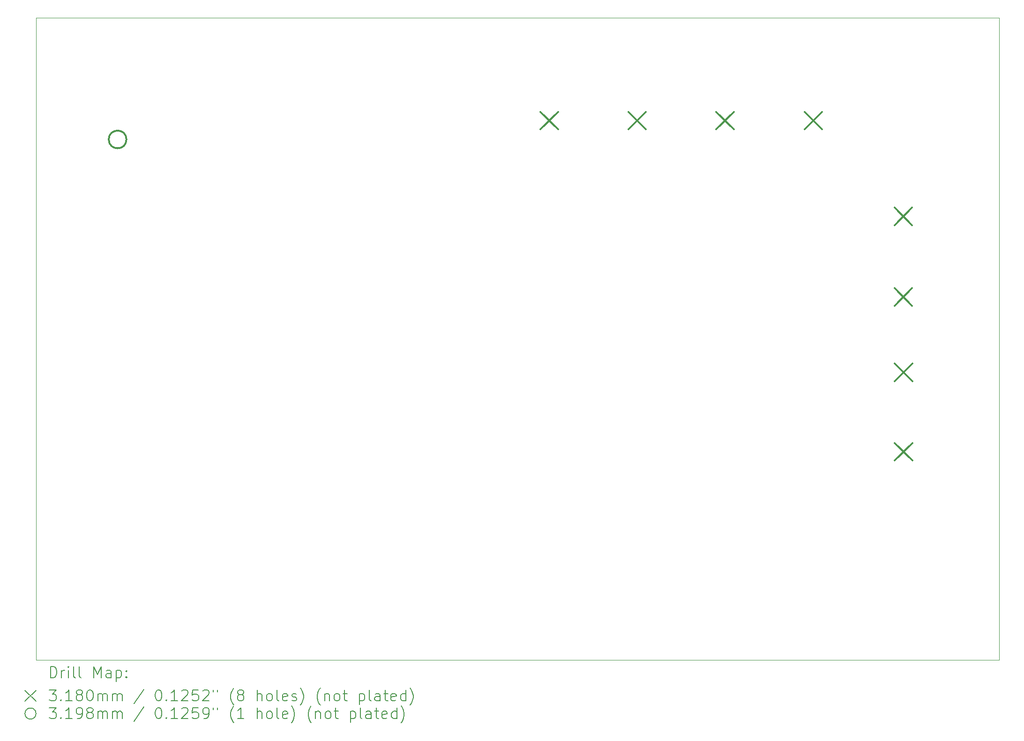
<source format=gbr>
%TF.GenerationSoftware,KiCad,Pcbnew,7.0.7*%
%TF.CreationDate,2023-11-29T15:56:28-06:00*%
%TF.ProjectId,MDCM,4d44434d-2e6b-4696-9361-645f70636258,rev?*%
%TF.SameCoordinates,Original*%
%TF.FileFunction,Drillmap*%
%TF.FilePolarity,Positive*%
%FSLAX45Y45*%
G04 Gerber Fmt 4.5, Leading zero omitted, Abs format (unit mm)*
G04 Created by KiCad (PCBNEW 7.0.7) date 2023-11-29 15:56:28*
%MOMM*%
%LPD*%
G01*
G04 APERTURE LIST*
%ADD10C,0.100000*%
%ADD11C,0.200000*%
%ADD12C,0.318000*%
%ADD13C,0.319786*%
G04 APERTURE END LIST*
D10*
X7035000Y-3368000D02*
X24433000Y-3368000D01*
X24433000Y-14980000D01*
X7035000Y-14980000D01*
X7035000Y-3368000D01*
D11*
D12*
X16145000Y-5068000D02*
X16463000Y-5386000D01*
X16463000Y-5068000D02*
X16145000Y-5386000D01*
X17731000Y-5068000D02*
X18049000Y-5386000D01*
X18049000Y-5068000D02*
X17731000Y-5386000D01*
X19317000Y-5069000D02*
X19635000Y-5387000D01*
X19635000Y-5069000D02*
X19317000Y-5387000D01*
X20913000Y-5070000D02*
X21231000Y-5388000D01*
X21231000Y-5070000D02*
X20913000Y-5388000D01*
X22539000Y-6799000D02*
X22857000Y-7117000D01*
X22857000Y-6799000D02*
X22539000Y-7117000D01*
X22541000Y-8255000D02*
X22859000Y-8573000D01*
X22859000Y-8255000D02*
X22541000Y-8573000D01*
X22542000Y-11053000D02*
X22860000Y-11371000D01*
X22860000Y-11053000D02*
X22542000Y-11371000D01*
X22544000Y-9619000D02*
X22862000Y-9937000D01*
X22862000Y-9619000D02*
X22544000Y-9937000D01*
D13*
X8663893Y-5568000D02*
G75*
G03*
X8663893Y-5568000I-159893J0D01*
G01*
D11*
X7290777Y-15296484D02*
X7290777Y-15096484D01*
X7290777Y-15096484D02*
X7338396Y-15096484D01*
X7338396Y-15096484D02*
X7366967Y-15106008D01*
X7366967Y-15106008D02*
X7386015Y-15125055D01*
X7386015Y-15125055D02*
X7395539Y-15144103D01*
X7395539Y-15144103D02*
X7405062Y-15182198D01*
X7405062Y-15182198D02*
X7405062Y-15210769D01*
X7405062Y-15210769D02*
X7395539Y-15248865D01*
X7395539Y-15248865D02*
X7386015Y-15267912D01*
X7386015Y-15267912D02*
X7366967Y-15286960D01*
X7366967Y-15286960D02*
X7338396Y-15296484D01*
X7338396Y-15296484D02*
X7290777Y-15296484D01*
X7490777Y-15296484D02*
X7490777Y-15163150D01*
X7490777Y-15201246D02*
X7500301Y-15182198D01*
X7500301Y-15182198D02*
X7509824Y-15172674D01*
X7509824Y-15172674D02*
X7528872Y-15163150D01*
X7528872Y-15163150D02*
X7547920Y-15163150D01*
X7614586Y-15296484D02*
X7614586Y-15163150D01*
X7614586Y-15096484D02*
X7605062Y-15106008D01*
X7605062Y-15106008D02*
X7614586Y-15115531D01*
X7614586Y-15115531D02*
X7624110Y-15106008D01*
X7624110Y-15106008D02*
X7614586Y-15096484D01*
X7614586Y-15096484D02*
X7614586Y-15115531D01*
X7738396Y-15296484D02*
X7719348Y-15286960D01*
X7719348Y-15286960D02*
X7709824Y-15267912D01*
X7709824Y-15267912D02*
X7709824Y-15096484D01*
X7843158Y-15296484D02*
X7824110Y-15286960D01*
X7824110Y-15286960D02*
X7814586Y-15267912D01*
X7814586Y-15267912D02*
X7814586Y-15096484D01*
X8071729Y-15296484D02*
X8071729Y-15096484D01*
X8071729Y-15096484D02*
X8138396Y-15239341D01*
X8138396Y-15239341D02*
X8205062Y-15096484D01*
X8205062Y-15096484D02*
X8205062Y-15296484D01*
X8386015Y-15296484D02*
X8386015Y-15191722D01*
X8386015Y-15191722D02*
X8376491Y-15172674D01*
X8376491Y-15172674D02*
X8357443Y-15163150D01*
X8357443Y-15163150D02*
X8319348Y-15163150D01*
X8319348Y-15163150D02*
X8300301Y-15172674D01*
X8386015Y-15286960D02*
X8366967Y-15296484D01*
X8366967Y-15296484D02*
X8319348Y-15296484D01*
X8319348Y-15296484D02*
X8300301Y-15286960D01*
X8300301Y-15286960D02*
X8290777Y-15267912D01*
X8290777Y-15267912D02*
X8290777Y-15248865D01*
X8290777Y-15248865D02*
X8300301Y-15229817D01*
X8300301Y-15229817D02*
X8319348Y-15220293D01*
X8319348Y-15220293D02*
X8366967Y-15220293D01*
X8366967Y-15220293D02*
X8386015Y-15210769D01*
X8481253Y-15163150D02*
X8481253Y-15363150D01*
X8481253Y-15172674D02*
X8500301Y-15163150D01*
X8500301Y-15163150D02*
X8538396Y-15163150D01*
X8538396Y-15163150D02*
X8557444Y-15172674D01*
X8557444Y-15172674D02*
X8566967Y-15182198D01*
X8566967Y-15182198D02*
X8576491Y-15201246D01*
X8576491Y-15201246D02*
X8576491Y-15258388D01*
X8576491Y-15258388D02*
X8566967Y-15277436D01*
X8566967Y-15277436D02*
X8557444Y-15286960D01*
X8557444Y-15286960D02*
X8538396Y-15296484D01*
X8538396Y-15296484D02*
X8500301Y-15296484D01*
X8500301Y-15296484D02*
X8481253Y-15286960D01*
X8662205Y-15277436D02*
X8671729Y-15286960D01*
X8671729Y-15286960D02*
X8662205Y-15296484D01*
X8662205Y-15296484D02*
X8652682Y-15286960D01*
X8652682Y-15286960D02*
X8662205Y-15277436D01*
X8662205Y-15277436D02*
X8662205Y-15296484D01*
X8662205Y-15172674D02*
X8671729Y-15182198D01*
X8671729Y-15182198D02*
X8662205Y-15191722D01*
X8662205Y-15191722D02*
X8652682Y-15182198D01*
X8652682Y-15182198D02*
X8662205Y-15172674D01*
X8662205Y-15172674D02*
X8662205Y-15191722D01*
X6830000Y-15525000D02*
X7030000Y-15725000D01*
X7030000Y-15525000D02*
X6830000Y-15725000D01*
X7271729Y-15516484D02*
X7395539Y-15516484D01*
X7395539Y-15516484D02*
X7328872Y-15592674D01*
X7328872Y-15592674D02*
X7357443Y-15592674D01*
X7357443Y-15592674D02*
X7376491Y-15602198D01*
X7376491Y-15602198D02*
X7386015Y-15611722D01*
X7386015Y-15611722D02*
X7395539Y-15630769D01*
X7395539Y-15630769D02*
X7395539Y-15678388D01*
X7395539Y-15678388D02*
X7386015Y-15697436D01*
X7386015Y-15697436D02*
X7376491Y-15706960D01*
X7376491Y-15706960D02*
X7357443Y-15716484D01*
X7357443Y-15716484D02*
X7300301Y-15716484D01*
X7300301Y-15716484D02*
X7281253Y-15706960D01*
X7281253Y-15706960D02*
X7271729Y-15697436D01*
X7481253Y-15697436D02*
X7490777Y-15706960D01*
X7490777Y-15706960D02*
X7481253Y-15716484D01*
X7481253Y-15716484D02*
X7471729Y-15706960D01*
X7471729Y-15706960D02*
X7481253Y-15697436D01*
X7481253Y-15697436D02*
X7481253Y-15716484D01*
X7681253Y-15716484D02*
X7566967Y-15716484D01*
X7624110Y-15716484D02*
X7624110Y-15516484D01*
X7624110Y-15516484D02*
X7605062Y-15545055D01*
X7605062Y-15545055D02*
X7586015Y-15564103D01*
X7586015Y-15564103D02*
X7566967Y-15573627D01*
X7795539Y-15602198D02*
X7776491Y-15592674D01*
X7776491Y-15592674D02*
X7766967Y-15583150D01*
X7766967Y-15583150D02*
X7757443Y-15564103D01*
X7757443Y-15564103D02*
X7757443Y-15554579D01*
X7757443Y-15554579D02*
X7766967Y-15535531D01*
X7766967Y-15535531D02*
X7776491Y-15526008D01*
X7776491Y-15526008D02*
X7795539Y-15516484D01*
X7795539Y-15516484D02*
X7833634Y-15516484D01*
X7833634Y-15516484D02*
X7852682Y-15526008D01*
X7852682Y-15526008D02*
X7862205Y-15535531D01*
X7862205Y-15535531D02*
X7871729Y-15554579D01*
X7871729Y-15554579D02*
X7871729Y-15564103D01*
X7871729Y-15564103D02*
X7862205Y-15583150D01*
X7862205Y-15583150D02*
X7852682Y-15592674D01*
X7852682Y-15592674D02*
X7833634Y-15602198D01*
X7833634Y-15602198D02*
X7795539Y-15602198D01*
X7795539Y-15602198D02*
X7776491Y-15611722D01*
X7776491Y-15611722D02*
X7766967Y-15621246D01*
X7766967Y-15621246D02*
X7757443Y-15640293D01*
X7757443Y-15640293D02*
X7757443Y-15678388D01*
X7757443Y-15678388D02*
X7766967Y-15697436D01*
X7766967Y-15697436D02*
X7776491Y-15706960D01*
X7776491Y-15706960D02*
X7795539Y-15716484D01*
X7795539Y-15716484D02*
X7833634Y-15716484D01*
X7833634Y-15716484D02*
X7852682Y-15706960D01*
X7852682Y-15706960D02*
X7862205Y-15697436D01*
X7862205Y-15697436D02*
X7871729Y-15678388D01*
X7871729Y-15678388D02*
X7871729Y-15640293D01*
X7871729Y-15640293D02*
X7862205Y-15621246D01*
X7862205Y-15621246D02*
X7852682Y-15611722D01*
X7852682Y-15611722D02*
X7833634Y-15602198D01*
X7995539Y-15516484D02*
X8014586Y-15516484D01*
X8014586Y-15516484D02*
X8033634Y-15526008D01*
X8033634Y-15526008D02*
X8043158Y-15535531D01*
X8043158Y-15535531D02*
X8052682Y-15554579D01*
X8052682Y-15554579D02*
X8062205Y-15592674D01*
X8062205Y-15592674D02*
X8062205Y-15640293D01*
X8062205Y-15640293D02*
X8052682Y-15678388D01*
X8052682Y-15678388D02*
X8043158Y-15697436D01*
X8043158Y-15697436D02*
X8033634Y-15706960D01*
X8033634Y-15706960D02*
X8014586Y-15716484D01*
X8014586Y-15716484D02*
X7995539Y-15716484D01*
X7995539Y-15716484D02*
X7976491Y-15706960D01*
X7976491Y-15706960D02*
X7966967Y-15697436D01*
X7966967Y-15697436D02*
X7957443Y-15678388D01*
X7957443Y-15678388D02*
X7947920Y-15640293D01*
X7947920Y-15640293D02*
X7947920Y-15592674D01*
X7947920Y-15592674D02*
X7957443Y-15554579D01*
X7957443Y-15554579D02*
X7966967Y-15535531D01*
X7966967Y-15535531D02*
X7976491Y-15526008D01*
X7976491Y-15526008D02*
X7995539Y-15516484D01*
X8147920Y-15716484D02*
X8147920Y-15583150D01*
X8147920Y-15602198D02*
X8157443Y-15592674D01*
X8157443Y-15592674D02*
X8176491Y-15583150D01*
X8176491Y-15583150D02*
X8205063Y-15583150D01*
X8205063Y-15583150D02*
X8224110Y-15592674D01*
X8224110Y-15592674D02*
X8233634Y-15611722D01*
X8233634Y-15611722D02*
X8233634Y-15716484D01*
X8233634Y-15611722D02*
X8243158Y-15592674D01*
X8243158Y-15592674D02*
X8262205Y-15583150D01*
X8262205Y-15583150D02*
X8290777Y-15583150D01*
X8290777Y-15583150D02*
X8309824Y-15592674D01*
X8309824Y-15592674D02*
X8319348Y-15611722D01*
X8319348Y-15611722D02*
X8319348Y-15716484D01*
X8414586Y-15716484D02*
X8414586Y-15583150D01*
X8414586Y-15602198D02*
X8424110Y-15592674D01*
X8424110Y-15592674D02*
X8443158Y-15583150D01*
X8443158Y-15583150D02*
X8471729Y-15583150D01*
X8471729Y-15583150D02*
X8490777Y-15592674D01*
X8490777Y-15592674D02*
X8500301Y-15611722D01*
X8500301Y-15611722D02*
X8500301Y-15716484D01*
X8500301Y-15611722D02*
X8509825Y-15592674D01*
X8509825Y-15592674D02*
X8528872Y-15583150D01*
X8528872Y-15583150D02*
X8557444Y-15583150D01*
X8557444Y-15583150D02*
X8576491Y-15592674D01*
X8576491Y-15592674D02*
X8586015Y-15611722D01*
X8586015Y-15611722D02*
X8586015Y-15716484D01*
X8976491Y-15506960D02*
X8805063Y-15764103D01*
X9233634Y-15516484D02*
X9252682Y-15516484D01*
X9252682Y-15516484D02*
X9271729Y-15526008D01*
X9271729Y-15526008D02*
X9281253Y-15535531D01*
X9281253Y-15535531D02*
X9290777Y-15554579D01*
X9290777Y-15554579D02*
X9300301Y-15592674D01*
X9300301Y-15592674D02*
X9300301Y-15640293D01*
X9300301Y-15640293D02*
X9290777Y-15678388D01*
X9290777Y-15678388D02*
X9281253Y-15697436D01*
X9281253Y-15697436D02*
X9271729Y-15706960D01*
X9271729Y-15706960D02*
X9252682Y-15716484D01*
X9252682Y-15716484D02*
X9233634Y-15716484D01*
X9233634Y-15716484D02*
X9214587Y-15706960D01*
X9214587Y-15706960D02*
X9205063Y-15697436D01*
X9205063Y-15697436D02*
X9195539Y-15678388D01*
X9195539Y-15678388D02*
X9186015Y-15640293D01*
X9186015Y-15640293D02*
X9186015Y-15592674D01*
X9186015Y-15592674D02*
X9195539Y-15554579D01*
X9195539Y-15554579D02*
X9205063Y-15535531D01*
X9205063Y-15535531D02*
X9214587Y-15526008D01*
X9214587Y-15526008D02*
X9233634Y-15516484D01*
X9386015Y-15697436D02*
X9395539Y-15706960D01*
X9395539Y-15706960D02*
X9386015Y-15716484D01*
X9386015Y-15716484D02*
X9376491Y-15706960D01*
X9376491Y-15706960D02*
X9386015Y-15697436D01*
X9386015Y-15697436D02*
X9386015Y-15716484D01*
X9586015Y-15716484D02*
X9471729Y-15716484D01*
X9528872Y-15716484D02*
X9528872Y-15516484D01*
X9528872Y-15516484D02*
X9509825Y-15545055D01*
X9509825Y-15545055D02*
X9490777Y-15564103D01*
X9490777Y-15564103D02*
X9471729Y-15573627D01*
X9662206Y-15535531D02*
X9671729Y-15526008D01*
X9671729Y-15526008D02*
X9690777Y-15516484D01*
X9690777Y-15516484D02*
X9738396Y-15516484D01*
X9738396Y-15516484D02*
X9757444Y-15526008D01*
X9757444Y-15526008D02*
X9766968Y-15535531D01*
X9766968Y-15535531D02*
X9776491Y-15554579D01*
X9776491Y-15554579D02*
X9776491Y-15573627D01*
X9776491Y-15573627D02*
X9766968Y-15602198D01*
X9766968Y-15602198D02*
X9652682Y-15716484D01*
X9652682Y-15716484D02*
X9776491Y-15716484D01*
X9957444Y-15516484D02*
X9862206Y-15516484D01*
X9862206Y-15516484D02*
X9852682Y-15611722D01*
X9852682Y-15611722D02*
X9862206Y-15602198D01*
X9862206Y-15602198D02*
X9881253Y-15592674D01*
X9881253Y-15592674D02*
X9928872Y-15592674D01*
X9928872Y-15592674D02*
X9947920Y-15602198D01*
X9947920Y-15602198D02*
X9957444Y-15611722D01*
X9957444Y-15611722D02*
X9966968Y-15630769D01*
X9966968Y-15630769D02*
X9966968Y-15678388D01*
X9966968Y-15678388D02*
X9957444Y-15697436D01*
X9957444Y-15697436D02*
X9947920Y-15706960D01*
X9947920Y-15706960D02*
X9928872Y-15716484D01*
X9928872Y-15716484D02*
X9881253Y-15716484D01*
X9881253Y-15716484D02*
X9862206Y-15706960D01*
X9862206Y-15706960D02*
X9852682Y-15697436D01*
X10043158Y-15535531D02*
X10052682Y-15526008D01*
X10052682Y-15526008D02*
X10071729Y-15516484D01*
X10071729Y-15516484D02*
X10119349Y-15516484D01*
X10119349Y-15516484D02*
X10138396Y-15526008D01*
X10138396Y-15526008D02*
X10147920Y-15535531D01*
X10147920Y-15535531D02*
X10157444Y-15554579D01*
X10157444Y-15554579D02*
X10157444Y-15573627D01*
X10157444Y-15573627D02*
X10147920Y-15602198D01*
X10147920Y-15602198D02*
X10033634Y-15716484D01*
X10033634Y-15716484D02*
X10157444Y-15716484D01*
X10233634Y-15516484D02*
X10233634Y-15554579D01*
X10309825Y-15516484D02*
X10309825Y-15554579D01*
X10605063Y-15792674D02*
X10595539Y-15783150D01*
X10595539Y-15783150D02*
X10576491Y-15754579D01*
X10576491Y-15754579D02*
X10566968Y-15735531D01*
X10566968Y-15735531D02*
X10557444Y-15706960D01*
X10557444Y-15706960D02*
X10547920Y-15659341D01*
X10547920Y-15659341D02*
X10547920Y-15621246D01*
X10547920Y-15621246D02*
X10557444Y-15573627D01*
X10557444Y-15573627D02*
X10566968Y-15545055D01*
X10566968Y-15545055D02*
X10576491Y-15526008D01*
X10576491Y-15526008D02*
X10595539Y-15497436D01*
X10595539Y-15497436D02*
X10605063Y-15487912D01*
X10709825Y-15602198D02*
X10690777Y-15592674D01*
X10690777Y-15592674D02*
X10681253Y-15583150D01*
X10681253Y-15583150D02*
X10671730Y-15564103D01*
X10671730Y-15564103D02*
X10671730Y-15554579D01*
X10671730Y-15554579D02*
X10681253Y-15535531D01*
X10681253Y-15535531D02*
X10690777Y-15526008D01*
X10690777Y-15526008D02*
X10709825Y-15516484D01*
X10709825Y-15516484D02*
X10747920Y-15516484D01*
X10747920Y-15516484D02*
X10766968Y-15526008D01*
X10766968Y-15526008D02*
X10776491Y-15535531D01*
X10776491Y-15535531D02*
X10786015Y-15554579D01*
X10786015Y-15554579D02*
X10786015Y-15564103D01*
X10786015Y-15564103D02*
X10776491Y-15583150D01*
X10776491Y-15583150D02*
X10766968Y-15592674D01*
X10766968Y-15592674D02*
X10747920Y-15602198D01*
X10747920Y-15602198D02*
X10709825Y-15602198D01*
X10709825Y-15602198D02*
X10690777Y-15611722D01*
X10690777Y-15611722D02*
X10681253Y-15621246D01*
X10681253Y-15621246D02*
X10671730Y-15640293D01*
X10671730Y-15640293D02*
X10671730Y-15678388D01*
X10671730Y-15678388D02*
X10681253Y-15697436D01*
X10681253Y-15697436D02*
X10690777Y-15706960D01*
X10690777Y-15706960D02*
X10709825Y-15716484D01*
X10709825Y-15716484D02*
X10747920Y-15716484D01*
X10747920Y-15716484D02*
X10766968Y-15706960D01*
X10766968Y-15706960D02*
X10776491Y-15697436D01*
X10776491Y-15697436D02*
X10786015Y-15678388D01*
X10786015Y-15678388D02*
X10786015Y-15640293D01*
X10786015Y-15640293D02*
X10776491Y-15621246D01*
X10776491Y-15621246D02*
X10766968Y-15611722D01*
X10766968Y-15611722D02*
X10747920Y-15602198D01*
X11024111Y-15716484D02*
X11024111Y-15516484D01*
X11109825Y-15716484D02*
X11109825Y-15611722D01*
X11109825Y-15611722D02*
X11100301Y-15592674D01*
X11100301Y-15592674D02*
X11081253Y-15583150D01*
X11081253Y-15583150D02*
X11052682Y-15583150D01*
X11052682Y-15583150D02*
X11033634Y-15592674D01*
X11033634Y-15592674D02*
X11024111Y-15602198D01*
X11233634Y-15716484D02*
X11214587Y-15706960D01*
X11214587Y-15706960D02*
X11205063Y-15697436D01*
X11205063Y-15697436D02*
X11195539Y-15678388D01*
X11195539Y-15678388D02*
X11195539Y-15621246D01*
X11195539Y-15621246D02*
X11205063Y-15602198D01*
X11205063Y-15602198D02*
X11214587Y-15592674D01*
X11214587Y-15592674D02*
X11233634Y-15583150D01*
X11233634Y-15583150D02*
X11262206Y-15583150D01*
X11262206Y-15583150D02*
X11281253Y-15592674D01*
X11281253Y-15592674D02*
X11290777Y-15602198D01*
X11290777Y-15602198D02*
X11300301Y-15621246D01*
X11300301Y-15621246D02*
X11300301Y-15678388D01*
X11300301Y-15678388D02*
X11290777Y-15697436D01*
X11290777Y-15697436D02*
X11281253Y-15706960D01*
X11281253Y-15706960D02*
X11262206Y-15716484D01*
X11262206Y-15716484D02*
X11233634Y-15716484D01*
X11414587Y-15716484D02*
X11395539Y-15706960D01*
X11395539Y-15706960D02*
X11386015Y-15687912D01*
X11386015Y-15687912D02*
X11386015Y-15516484D01*
X11566968Y-15706960D02*
X11547920Y-15716484D01*
X11547920Y-15716484D02*
X11509825Y-15716484D01*
X11509825Y-15716484D02*
X11490777Y-15706960D01*
X11490777Y-15706960D02*
X11481253Y-15687912D01*
X11481253Y-15687912D02*
X11481253Y-15611722D01*
X11481253Y-15611722D02*
X11490777Y-15592674D01*
X11490777Y-15592674D02*
X11509825Y-15583150D01*
X11509825Y-15583150D02*
X11547920Y-15583150D01*
X11547920Y-15583150D02*
X11566968Y-15592674D01*
X11566968Y-15592674D02*
X11576491Y-15611722D01*
X11576491Y-15611722D02*
X11576491Y-15630769D01*
X11576491Y-15630769D02*
X11481253Y-15649817D01*
X11652682Y-15706960D02*
X11671730Y-15716484D01*
X11671730Y-15716484D02*
X11709825Y-15716484D01*
X11709825Y-15716484D02*
X11728872Y-15706960D01*
X11728872Y-15706960D02*
X11738396Y-15687912D01*
X11738396Y-15687912D02*
X11738396Y-15678388D01*
X11738396Y-15678388D02*
X11728872Y-15659341D01*
X11728872Y-15659341D02*
X11709825Y-15649817D01*
X11709825Y-15649817D02*
X11681253Y-15649817D01*
X11681253Y-15649817D02*
X11662206Y-15640293D01*
X11662206Y-15640293D02*
X11652682Y-15621246D01*
X11652682Y-15621246D02*
X11652682Y-15611722D01*
X11652682Y-15611722D02*
X11662206Y-15592674D01*
X11662206Y-15592674D02*
X11681253Y-15583150D01*
X11681253Y-15583150D02*
X11709825Y-15583150D01*
X11709825Y-15583150D02*
X11728872Y-15592674D01*
X11805063Y-15792674D02*
X11814587Y-15783150D01*
X11814587Y-15783150D02*
X11833634Y-15754579D01*
X11833634Y-15754579D02*
X11843158Y-15735531D01*
X11843158Y-15735531D02*
X11852682Y-15706960D01*
X11852682Y-15706960D02*
X11862206Y-15659341D01*
X11862206Y-15659341D02*
X11862206Y-15621246D01*
X11862206Y-15621246D02*
X11852682Y-15573627D01*
X11852682Y-15573627D02*
X11843158Y-15545055D01*
X11843158Y-15545055D02*
X11833634Y-15526008D01*
X11833634Y-15526008D02*
X11814587Y-15497436D01*
X11814587Y-15497436D02*
X11805063Y-15487912D01*
X12166968Y-15792674D02*
X12157444Y-15783150D01*
X12157444Y-15783150D02*
X12138396Y-15754579D01*
X12138396Y-15754579D02*
X12128872Y-15735531D01*
X12128872Y-15735531D02*
X12119349Y-15706960D01*
X12119349Y-15706960D02*
X12109825Y-15659341D01*
X12109825Y-15659341D02*
X12109825Y-15621246D01*
X12109825Y-15621246D02*
X12119349Y-15573627D01*
X12119349Y-15573627D02*
X12128872Y-15545055D01*
X12128872Y-15545055D02*
X12138396Y-15526008D01*
X12138396Y-15526008D02*
X12157444Y-15497436D01*
X12157444Y-15497436D02*
X12166968Y-15487912D01*
X12243158Y-15583150D02*
X12243158Y-15716484D01*
X12243158Y-15602198D02*
X12252682Y-15592674D01*
X12252682Y-15592674D02*
X12271730Y-15583150D01*
X12271730Y-15583150D02*
X12300301Y-15583150D01*
X12300301Y-15583150D02*
X12319349Y-15592674D01*
X12319349Y-15592674D02*
X12328872Y-15611722D01*
X12328872Y-15611722D02*
X12328872Y-15716484D01*
X12452682Y-15716484D02*
X12433634Y-15706960D01*
X12433634Y-15706960D02*
X12424111Y-15697436D01*
X12424111Y-15697436D02*
X12414587Y-15678388D01*
X12414587Y-15678388D02*
X12414587Y-15621246D01*
X12414587Y-15621246D02*
X12424111Y-15602198D01*
X12424111Y-15602198D02*
X12433634Y-15592674D01*
X12433634Y-15592674D02*
X12452682Y-15583150D01*
X12452682Y-15583150D02*
X12481253Y-15583150D01*
X12481253Y-15583150D02*
X12500301Y-15592674D01*
X12500301Y-15592674D02*
X12509825Y-15602198D01*
X12509825Y-15602198D02*
X12519349Y-15621246D01*
X12519349Y-15621246D02*
X12519349Y-15678388D01*
X12519349Y-15678388D02*
X12509825Y-15697436D01*
X12509825Y-15697436D02*
X12500301Y-15706960D01*
X12500301Y-15706960D02*
X12481253Y-15716484D01*
X12481253Y-15716484D02*
X12452682Y-15716484D01*
X12576492Y-15583150D02*
X12652682Y-15583150D01*
X12605063Y-15516484D02*
X12605063Y-15687912D01*
X12605063Y-15687912D02*
X12614587Y-15706960D01*
X12614587Y-15706960D02*
X12633634Y-15716484D01*
X12633634Y-15716484D02*
X12652682Y-15716484D01*
X12871730Y-15583150D02*
X12871730Y-15783150D01*
X12871730Y-15592674D02*
X12890777Y-15583150D01*
X12890777Y-15583150D02*
X12928873Y-15583150D01*
X12928873Y-15583150D02*
X12947920Y-15592674D01*
X12947920Y-15592674D02*
X12957444Y-15602198D01*
X12957444Y-15602198D02*
X12966968Y-15621246D01*
X12966968Y-15621246D02*
X12966968Y-15678388D01*
X12966968Y-15678388D02*
X12957444Y-15697436D01*
X12957444Y-15697436D02*
X12947920Y-15706960D01*
X12947920Y-15706960D02*
X12928873Y-15716484D01*
X12928873Y-15716484D02*
X12890777Y-15716484D01*
X12890777Y-15716484D02*
X12871730Y-15706960D01*
X13081253Y-15716484D02*
X13062206Y-15706960D01*
X13062206Y-15706960D02*
X13052682Y-15687912D01*
X13052682Y-15687912D02*
X13052682Y-15516484D01*
X13243158Y-15716484D02*
X13243158Y-15611722D01*
X13243158Y-15611722D02*
X13233634Y-15592674D01*
X13233634Y-15592674D02*
X13214587Y-15583150D01*
X13214587Y-15583150D02*
X13176492Y-15583150D01*
X13176492Y-15583150D02*
X13157444Y-15592674D01*
X13243158Y-15706960D02*
X13224111Y-15716484D01*
X13224111Y-15716484D02*
X13176492Y-15716484D01*
X13176492Y-15716484D02*
X13157444Y-15706960D01*
X13157444Y-15706960D02*
X13147920Y-15687912D01*
X13147920Y-15687912D02*
X13147920Y-15668865D01*
X13147920Y-15668865D02*
X13157444Y-15649817D01*
X13157444Y-15649817D02*
X13176492Y-15640293D01*
X13176492Y-15640293D02*
X13224111Y-15640293D01*
X13224111Y-15640293D02*
X13243158Y-15630769D01*
X13309825Y-15583150D02*
X13386015Y-15583150D01*
X13338396Y-15516484D02*
X13338396Y-15687912D01*
X13338396Y-15687912D02*
X13347920Y-15706960D01*
X13347920Y-15706960D02*
X13366968Y-15716484D01*
X13366968Y-15716484D02*
X13386015Y-15716484D01*
X13528873Y-15706960D02*
X13509825Y-15716484D01*
X13509825Y-15716484D02*
X13471730Y-15716484D01*
X13471730Y-15716484D02*
X13452682Y-15706960D01*
X13452682Y-15706960D02*
X13443158Y-15687912D01*
X13443158Y-15687912D02*
X13443158Y-15611722D01*
X13443158Y-15611722D02*
X13452682Y-15592674D01*
X13452682Y-15592674D02*
X13471730Y-15583150D01*
X13471730Y-15583150D02*
X13509825Y-15583150D01*
X13509825Y-15583150D02*
X13528873Y-15592674D01*
X13528873Y-15592674D02*
X13538396Y-15611722D01*
X13538396Y-15611722D02*
X13538396Y-15630769D01*
X13538396Y-15630769D02*
X13443158Y-15649817D01*
X13709825Y-15716484D02*
X13709825Y-15516484D01*
X13709825Y-15706960D02*
X13690777Y-15716484D01*
X13690777Y-15716484D02*
X13652682Y-15716484D01*
X13652682Y-15716484D02*
X13633634Y-15706960D01*
X13633634Y-15706960D02*
X13624111Y-15697436D01*
X13624111Y-15697436D02*
X13614587Y-15678388D01*
X13614587Y-15678388D02*
X13614587Y-15621246D01*
X13614587Y-15621246D02*
X13624111Y-15602198D01*
X13624111Y-15602198D02*
X13633634Y-15592674D01*
X13633634Y-15592674D02*
X13652682Y-15583150D01*
X13652682Y-15583150D02*
X13690777Y-15583150D01*
X13690777Y-15583150D02*
X13709825Y-15592674D01*
X13786015Y-15792674D02*
X13795539Y-15783150D01*
X13795539Y-15783150D02*
X13814587Y-15754579D01*
X13814587Y-15754579D02*
X13824111Y-15735531D01*
X13824111Y-15735531D02*
X13833634Y-15706960D01*
X13833634Y-15706960D02*
X13843158Y-15659341D01*
X13843158Y-15659341D02*
X13843158Y-15621246D01*
X13843158Y-15621246D02*
X13833634Y-15573627D01*
X13833634Y-15573627D02*
X13824111Y-15545055D01*
X13824111Y-15545055D02*
X13814587Y-15526008D01*
X13814587Y-15526008D02*
X13795539Y-15497436D01*
X13795539Y-15497436D02*
X13786015Y-15487912D01*
X7030000Y-15945000D02*
G75*
G03*
X7030000Y-15945000I-100000J0D01*
G01*
X7271729Y-15836484D02*
X7395539Y-15836484D01*
X7395539Y-15836484D02*
X7328872Y-15912674D01*
X7328872Y-15912674D02*
X7357443Y-15912674D01*
X7357443Y-15912674D02*
X7376491Y-15922198D01*
X7376491Y-15922198D02*
X7386015Y-15931722D01*
X7386015Y-15931722D02*
X7395539Y-15950769D01*
X7395539Y-15950769D02*
X7395539Y-15998388D01*
X7395539Y-15998388D02*
X7386015Y-16017436D01*
X7386015Y-16017436D02*
X7376491Y-16026960D01*
X7376491Y-16026960D02*
X7357443Y-16036484D01*
X7357443Y-16036484D02*
X7300301Y-16036484D01*
X7300301Y-16036484D02*
X7281253Y-16026960D01*
X7281253Y-16026960D02*
X7271729Y-16017436D01*
X7481253Y-16017436D02*
X7490777Y-16026960D01*
X7490777Y-16026960D02*
X7481253Y-16036484D01*
X7481253Y-16036484D02*
X7471729Y-16026960D01*
X7471729Y-16026960D02*
X7481253Y-16017436D01*
X7481253Y-16017436D02*
X7481253Y-16036484D01*
X7681253Y-16036484D02*
X7566967Y-16036484D01*
X7624110Y-16036484D02*
X7624110Y-15836484D01*
X7624110Y-15836484D02*
X7605062Y-15865055D01*
X7605062Y-15865055D02*
X7586015Y-15884103D01*
X7586015Y-15884103D02*
X7566967Y-15893627D01*
X7776491Y-16036484D02*
X7814586Y-16036484D01*
X7814586Y-16036484D02*
X7833634Y-16026960D01*
X7833634Y-16026960D02*
X7843158Y-16017436D01*
X7843158Y-16017436D02*
X7862205Y-15988865D01*
X7862205Y-15988865D02*
X7871729Y-15950769D01*
X7871729Y-15950769D02*
X7871729Y-15874579D01*
X7871729Y-15874579D02*
X7862205Y-15855531D01*
X7862205Y-15855531D02*
X7852682Y-15846008D01*
X7852682Y-15846008D02*
X7833634Y-15836484D01*
X7833634Y-15836484D02*
X7795539Y-15836484D01*
X7795539Y-15836484D02*
X7776491Y-15846008D01*
X7776491Y-15846008D02*
X7766967Y-15855531D01*
X7766967Y-15855531D02*
X7757443Y-15874579D01*
X7757443Y-15874579D02*
X7757443Y-15922198D01*
X7757443Y-15922198D02*
X7766967Y-15941246D01*
X7766967Y-15941246D02*
X7776491Y-15950769D01*
X7776491Y-15950769D02*
X7795539Y-15960293D01*
X7795539Y-15960293D02*
X7833634Y-15960293D01*
X7833634Y-15960293D02*
X7852682Y-15950769D01*
X7852682Y-15950769D02*
X7862205Y-15941246D01*
X7862205Y-15941246D02*
X7871729Y-15922198D01*
X7986015Y-15922198D02*
X7966967Y-15912674D01*
X7966967Y-15912674D02*
X7957443Y-15903150D01*
X7957443Y-15903150D02*
X7947920Y-15884103D01*
X7947920Y-15884103D02*
X7947920Y-15874579D01*
X7947920Y-15874579D02*
X7957443Y-15855531D01*
X7957443Y-15855531D02*
X7966967Y-15846008D01*
X7966967Y-15846008D02*
X7986015Y-15836484D01*
X7986015Y-15836484D02*
X8024110Y-15836484D01*
X8024110Y-15836484D02*
X8043158Y-15846008D01*
X8043158Y-15846008D02*
X8052682Y-15855531D01*
X8052682Y-15855531D02*
X8062205Y-15874579D01*
X8062205Y-15874579D02*
X8062205Y-15884103D01*
X8062205Y-15884103D02*
X8052682Y-15903150D01*
X8052682Y-15903150D02*
X8043158Y-15912674D01*
X8043158Y-15912674D02*
X8024110Y-15922198D01*
X8024110Y-15922198D02*
X7986015Y-15922198D01*
X7986015Y-15922198D02*
X7966967Y-15931722D01*
X7966967Y-15931722D02*
X7957443Y-15941246D01*
X7957443Y-15941246D02*
X7947920Y-15960293D01*
X7947920Y-15960293D02*
X7947920Y-15998388D01*
X7947920Y-15998388D02*
X7957443Y-16017436D01*
X7957443Y-16017436D02*
X7966967Y-16026960D01*
X7966967Y-16026960D02*
X7986015Y-16036484D01*
X7986015Y-16036484D02*
X8024110Y-16036484D01*
X8024110Y-16036484D02*
X8043158Y-16026960D01*
X8043158Y-16026960D02*
X8052682Y-16017436D01*
X8052682Y-16017436D02*
X8062205Y-15998388D01*
X8062205Y-15998388D02*
X8062205Y-15960293D01*
X8062205Y-15960293D02*
X8052682Y-15941246D01*
X8052682Y-15941246D02*
X8043158Y-15931722D01*
X8043158Y-15931722D02*
X8024110Y-15922198D01*
X8147920Y-16036484D02*
X8147920Y-15903150D01*
X8147920Y-15922198D02*
X8157443Y-15912674D01*
X8157443Y-15912674D02*
X8176491Y-15903150D01*
X8176491Y-15903150D02*
X8205063Y-15903150D01*
X8205063Y-15903150D02*
X8224110Y-15912674D01*
X8224110Y-15912674D02*
X8233634Y-15931722D01*
X8233634Y-15931722D02*
X8233634Y-16036484D01*
X8233634Y-15931722D02*
X8243158Y-15912674D01*
X8243158Y-15912674D02*
X8262205Y-15903150D01*
X8262205Y-15903150D02*
X8290777Y-15903150D01*
X8290777Y-15903150D02*
X8309824Y-15912674D01*
X8309824Y-15912674D02*
X8319348Y-15931722D01*
X8319348Y-15931722D02*
X8319348Y-16036484D01*
X8414586Y-16036484D02*
X8414586Y-15903150D01*
X8414586Y-15922198D02*
X8424110Y-15912674D01*
X8424110Y-15912674D02*
X8443158Y-15903150D01*
X8443158Y-15903150D02*
X8471729Y-15903150D01*
X8471729Y-15903150D02*
X8490777Y-15912674D01*
X8490777Y-15912674D02*
X8500301Y-15931722D01*
X8500301Y-15931722D02*
X8500301Y-16036484D01*
X8500301Y-15931722D02*
X8509825Y-15912674D01*
X8509825Y-15912674D02*
X8528872Y-15903150D01*
X8528872Y-15903150D02*
X8557444Y-15903150D01*
X8557444Y-15903150D02*
X8576491Y-15912674D01*
X8576491Y-15912674D02*
X8586015Y-15931722D01*
X8586015Y-15931722D02*
X8586015Y-16036484D01*
X8976491Y-15826960D02*
X8805063Y-16084103D01*
X9233634Y-15836484D02*
X9252682Y-15836484D01*
X9252682Y-15836484D02*
X9271729Y-15846008D01*
X9271729Y-15846008D02*
X9281253Y-15855531D01*
X9281253Y-15855531D02*
X9290777Y-15874579D01*
X9290777Y-15874579D02*
X9300301Y-15912674D01*
X9300301Y-15912674D02*
X9300301Y-15960293D01*
X9300301Y-15960293D02*
X9290777Y-15998388D01*
X9290777Y-15998388D02*
X9281253Y-16017436D01*
X9281253Y-16017436D02*
X9271729Y-16026960D01*
X9271729Y-16026960D02*
X9252682Y-16036484D01*
X9252682Y-16036484D02*
X9233634Y-16036484D01*
X9233634Y-16036484D02*
X9214587Y-16026960D01*
X9214587Y-16026960D02*
X9205063Y-16017436D01*
X9205063Y-16017436D02*
X9195539Y-15998388D01*
X9195539Y-15998388D02*
X9186015Y-15960293D01*
X9186015Y-15960293D02*
X9186015Y-15912674D01*
X9186015Y-15912674D02*
X9195539Y-15874579D01*
X9195539Y-15874579D02*
X9205063Y-15855531D01*
X9205063Y-15855531D02*
X9214587Y-15846008D01*
X9214587Y-15846008D02*
X9233634Y-15836484D01*
X9386015Y-16017436D02*
X9395539Y-16026960D01*
X9395539Y-16026960D02*
X9386015Y-16036484D01*
X9386015Y-16036484D02*
X9376491Y-16026960D01*
X9376491Y-16026960D02*
X9386015Y-16017436D01*
X9386015Y-16017436D02*
X9386015Y-16036484D01*
X9586015Y-16036484D02*
X9471729Y-16036484D01*
X9528872Y-16036484D02*
X9528872Y-15836484D01*
X9528872Y-15836484D02*
X9509825Y-15865055D01*
X9509825Y-15865055D02*
X9490777Y-15884103D01*
X9490777Y-15884103D02*
X9471729Y-15893627D01*
X9662206Y-15855531D02*
X9671729Y-15846008D01*
X9671729Y-15846008D02*
X9690777Y-15836484D01*
X9690777Y-15836484D02*
X9738396Y-15836484D01*
X9738396Y-15836484D02*
X9757444Y-15846008D01*
X9757444Y-15846008D02*
X9766968Y-15855531D01*
X9766968Y-15855531D02*
X9776491Y-15874579D01*
X9776491Y-15874579D02*
X9776491Y-15893627D01*
X9776491Y-15893627D02*
X9766968Y-15922198D01*
X9766968Y-15922198D02*
X9652682Y-16036484D01*
X9652682Y-16036484D02*
X9776491Y-16036484D01*
X9957444Y-15836484D02*
X9862206Y-15836484D01*
X9862206Y-15836484D02*
X9852682Y-15931722D01*
X9852682Y-15931722D02*
X9862206Y-15922198D01*
X9862206Y-15922198D02*
X9881253Y-15912674D01*
X9881253Y-15912674D02*
X9928872Y-15912674D01*
X9928872Y-15912674D02*
X9947920Y-15922198D01*
X9947920Y-15922198D02*
X9957444Y-15931722D01*
X9957444Y-15931722D02*
X9966968Y-15950769D01*
X9966968Y-15950769D02*
X9966968Y-15998388D01*
X9966968Y-15998388D02*
X9957444Y-16017436D01*
X9957444Y-16017436D02*
X9947920Y-16026960D01*
X9947920Y-16026960D02*
X9928872Y-16036484D01*
X9928872Y-16036484D02*
X9881253Y-16036484D01*
X9881253Y-16036484D02*
X9862206Y-16026960D01*
X9862206Y-16026960D02*
X9852682Y-16017436D01*
X10062206Y-16036484D02*
X10100301Y-16036484D01*
X10100301Y-16036484D02*
X10119349Y-16026960D01*
X10119349Y-16026960D02*
X10128872Y-16017436D01*
X10128872Y-16017436D02*
X10147920Y-15988865D01*
X10147920Y-15988865D02*
X10157444Y-15950769D01*
X10157444Y-15950769D02*
X10157444Y-15874579D01*
X10157444Y-15874579D02*
X10147920Y-15855531D01*
X10147920Y-15855531D02*
X10138396Y-15846008D01*
X10138396Y-15846008D02*
X10119349Y-15836484D01*
X10119349Y-15836484D02*
X10081253Y-15836484D01*
X10081253Y-15836484D02*
X10062206Y-15846008D01*
X10062206Y-15846008D02*
X10052682Y-15855531D01*
X10052682Y-15855531D02*
X10043158Y-15874579D01*
X10043158Y-15874579D02*
X10043158Y-15922198D01*
X10043158Y-15922198D02*
X10052682Y-15941246D01*
X10052682Y-15941246D02*
X10062206Y-15950769D01*
X10062206Y-15950769D02*
X10081253Y-15960293D01*
X10081253Y-15960293D02*
X10119349Y-15960293D01*
X10119349Y-15960293D02*
X10138396Y-15950769D01*
X10138396Y-15950769D02*
X10147920Y-15941246D01*
X10147920Y-15941246D02*
X10157444Y-15922198D01*
X10233634Y-15836484D02*
X10233634Y-15874579D01*
X10309825Y-15836484D02*
X10309825Y-15874579D01*
X10605063Y-16112674D02*
X10595539Y-16103150D01*
X10595539Y-16103150D02*
X10576491Y-16074579D01*
X10576491Y-16074579D02*
X10566968Y-16055531D01*
X10566968Y-16055531D02*
X10557444Y-16026960D01*
X10557444Y-16026960D02*
X10547920Y-15979341D01*
X10547920Y-15979341D02*
X10547920Y-15941246D01*
X10547920Y-15941246D02*
X10557444Y-15893627D01*
X10557444Y-15893627D02*
X10566968Y-15865055D01*
X10566968Y-15865055D02*
X10576491Y-15846008D01*
X10576491Y-15846008D02*
X10595539Y-15817436D01*
X10595539Y-15817436D02*
X10605063Y-15807912D01*
X10786015Y-16036484D02*
X10671730Y-16036484D01*
X10728872Y-16036484D02*
X10728872Y-15836484D01*
X10728872Y-15836484D02*
X10709825Y-15865055D01*
X10709825Y-15865055D02*
X10690777Y-15884103D01*
X10690777Y-15884103D02*
X10671730Y-15893627D01*
X11024111Y-16036484D02*
X11024111Y-15836484D01*
X11109825Y-16036484D02*
X11109825Y-15931722D01*
X11109825Y-15931722D02*
X11100301Y-15912674D01*
X11100301Y-15912674D02*
X11081253Y-15903150D01*
X11081253Y-15903150D02*
X11052682Y-15903150D01*
X11052682Y-15903150D02*
X11033634Y-15912674D01*
X11033634Y-15912674D02*
X11024111Y-15922198D01*
X11233634Y-16036484D02*
X11214587Y-16026960D01*
X11214587Y-16026960D02*
X11205063Y-16017436D01*
X11205063Y-16017436D02*
X11195539Y-15998388D01*
X11195539Y-15998388D02*
X11195539Y-15941246D01*
X11195539Y-15941246D02*
X11205063Y-15922198D01*
X11205063Y-15922198D02*
X11214587Y-15912674D01*
X11214587Y-15912674D02*
X11233634Y-15903150D01*
X11233634Y-15903150D02*
X11262206Y-15903150D01*
X11262206Y-15903150D02*
X11281253Y-15912674D01*
X11281253Y-15912674D02*
X11290777Y-15922198D01*
X11290777Y-15922198D02*
X11300301Y-15941246D01*
X11300301Y-15941246D02*
X11300301Y-15998388D01*
X11300301Y-15998388D02*
X11290777Y-16017436D01*
X11290777Y-16017436D02*
X11281253Y-16026960D01*
X11281253Y-16026960D02*
X11262206Y-16036484D01*
X11262206Y-16036484D02*
X11233634Y-16036484D01*
X11414587Y-16036484D02*
X11395539Y-16026960D01*
X11395539Y-16026960D02*
X11386015Y-16007912D01*
X11386015Y-16007912D02*
X11386015Y-15836484D01*
X11566968Y-16026960D02*
X11547920Y-16036484D01*
X11547920Y-16036484D02*
X11509825Y-16036484D01*
X11509825Y-16036484D02*
X11490777Y-16026960D01*
X11490777Y-16026960D02*
X11481253Y-16007912D01*
X11481253Y-16007912D02*
X11481253Y-15931722D01*
X11481253Y-15931722D02*
X11490777Y-15912674D01*
X11490777Y-15912674D02*
X11509825Y-15903150D01*
X11509825Y-15903150D02*
X11547920Y-15903150D01*
X11547920Y-15903150D02*
X11566968Y-15912674D01*
X11566968Y-15912674D02*
X11576491Y-15931722D01*
X11576491Y-15931722D02*
X11576491Y-15950769D01*
X11576491Y-15950769D02*
X11481253Y-15969817D01*
X11643158Y-16112674D02*
X11652682Y-16103150D01*
X11652682Y-16103150D02*
X11671730Y-16074579D01*
X11671730Y-16074579D02*
X11681253Y-16055531D01*
X11681253Y-16055531D02*
X11690777Y-16026960D01*
X11690777Y-16026960D02*
X11700301Y-15979341D01*
X11700301Y-15979341D02*
X11700301Y-15941246D01*
X11700301Y-15941246D02*
X11690777Y-15893627D01*
X11690777Y-15893627D02*
X11681253Y-15865055D01*
X11681253Y-15865055D02*
X11671730Y-15846008D01*
X11671730Y-15846008D02*
X11652682Y-15817436D01*
X11652682Y-15817436D02*
X11643158Y-15807912D01*
X12005063Y-16112674D02*
X11995539Y-16103150D01*
X11995539Y-16103150D02*
X11976491Y-16074579D01*
X11976491Y-16074579D02*
X11966968Y-16055531D01*
X11966968Y-16055531D02*
X11957444Y-16026960D01*
X11957444Y-16026960D02*
X11947920Y-15979341D01*
X11947920Y-15979341D02*
X11947920Y-15941246D01*
X11947920Y-15941246D02*
X11957444Y-15893627D01*
X11957444Y-15893627D02*
X11966968Y-15865055D01*
X11966968Y-15865055D02*
X11976491Y-15846008D01*
X11976491Y-15846008D02*
X11995539Y-15817436D01*
X11995539Y-15817436D02*
X12005063Y-15807912D01*
X12081253Y-15903150D02*
X12081253Y-16036484D01*
X12081253Y-15922198D02*
X12090777Y-15912674D01*
X12090777Y-15912674D02*
X12109825Y-15903150D01*
X12109825Y-15903150D02*
X12138396Y-15903150D01*
X12138396Y-15903150D02*
X12157444Y-15912674D01*
X12157444Y-15912674D02*
X12166968Y-15931722D01*
X12166968Y-15931722D02*
X12166968Y-16036484D01*
X12290777Y-16036484D02*
X12271730Y-16026960D01*
X12271730Y-16026960D02*
X12262206Y-16017436D01*
X12262206Y-16017436D02*
X12252682Y-15998388D01*
X12252682Y-15998388D02*
X12252682Y-15941246D01*
X12252682Y-15941246D02*
X12262206Y-15922198D01*
X12262206Y-15922198D02*
X12271730Y-15912674D01*
X12271730Y-15912674D02*
X12290777Y-15903150D01*
X12290777Y-15903150D02*
X12319349Y-15903150D01*
X12319349Y-15903150D02*
X12338396Y-15912674D01*
X12338396Y-15912674D02*
X12347920Y-15922198D01*
X12347920Y-15922198D02*
X12357444Y-15941246D01*
X12357444Y-15941246D02*
X12357444Y-15998388D01*
X12357444Y-15998388D02*
X12347920Y-16017436D01*
X12347920Y-16017436D02*
X12338396Y-16026960D01*
X12338396Y-16026960D02*
X12319349Y-16036484D01*
X12319349Y-16036484D02*
X12290777Y-16036484D01*
X12414587Y-15903150D02*
X12490777Y-15903150D01*
X12443158Y-15836484D02*
X12443158Y-16007912D01*
X12443158Y-16007912D02*
X12452682Y-16026960D01*
X12452682Y-16026960D02*
X12471730Y-16036484D01*
X12471730Y-16036484D02*
X12490777Y-16036484D01*
X12709825Y-15903150D02*
X12709825Y-16103150D01*
X12709825Y-15912674D02*
X12728872Y-15903150D01*
X12728872Y-15903150D02*
X12766968Y-15903150D01*
X12766968Y-15903150D02*
X12786015Y-15912674D01*
X12786015Y-15912674D02*
X12795539Y-15922198D01*
X12795539Y-15922198D02*
X12805063Y-15941246D01*
X12805063Y-15941246D02*
X12805063Y-15998388D01*
X12805063Y-15998388D02*
X12795539Y-16017436D01*
X12795539Y-16017436D02*
X12786015Y-16026960D01*
X12786015Y-16026960D02*
X12766968Y-16036484D01*
X12766968Y-16036484D02*
X12728872Y-16036484D01*
X12728872Y-16036484D02*
X12709825Y-16026960D01*
X12919349Y-16036484D02*
X12900301Y-16026960D01*
X12900301Y-16026960D02*
X12890777Y-16007912D01*
X12890777Y-16007912D02*
X12890777Y-15836484D01*
X13081253Y-16036484D02*
X13081253Y-15931722D01*
X13081253Y-15931722D02*
X13071730Y-15912674D01*
X13071730Y-15912674D02*
X13052682Y-15903150D01*
X13052682Y-15903150D02*
X13014587Y-15903150D01*
X13014587Y-15903150D02*
X12995539Y-15912674D01*
X13081253Y-16026960D02*
X13062206Y-16036484D01*
X13062206Y-16036484D02*
X13014587Y-16036484D01*
X13014587Y-16036484D02*
X12995539Y-16026960D01*
X12995539Y-16026960D02*
X12986015Y-16007912D01*
X12986015Y-16007912D02*
X12986015Y-15988865D01*
X12986015Y-15988865D02*
X12995539Y-15969817D01*
X12995539Y-15969817D02*
X13014587Y-15960293D01*
X13014587Y-15960293D02*
X13062206Y-15960293D01*
X13062206Y-15960293D02*
X13081253Y-15950769D01*
X13147920Y-15903150D02*
X13224111Y-15903150D01*
X13176492Y-15836484D02*
X13176492Y-16007912D01*
X13176492Y-16007912D02*
X13186015Y-16026960D01*
X13186015Y-16026960D02*
X13205063Y-16036484D01*
X13205063Y-16036484D02*
X13224111Y-16036484D01*
X13366968Y-16026960D02*
X13347920Y-16036484D01*
X13347920Y-16036484D02*
X13309825Y-16036484D01*
X13309825Y-16036484D02*
X13290777Y-16026960D01*
X13290777Y-16026960D02*
X13281253Y-16007912D01*
X13281253Y-16007912D02*
X13281253Y-15931722D01*
X13281253Y-15931722D02*
X13290777Y-15912674D01*
X13290777Y-15912674D02*
X13309825Y-15903150D01*
X13309825Y-15903150D02*
X13347920Y-15903150D01*
X13347920Y-15903150D02*
X13366968Y-15912674D01*
X13366968Y-15912674D02*
X13376492Y-15931722D01*
X13376492Y-15931722D02*
X13376492Y-15950769D01*
X13376492Y-15950769D02*
X13281253Y-15969817D01*
X13547920Y-16036484D02*
X13547920Y-15836484D01*
X13547920Y-16026960D02*
X13528873Y-16036484D01*
X13528873Y-16036484D02*
X13490777Y-16036484D01*
X13490777Y-16036484D02*
X13471730Y-16026960D01*
X13471730Y-16026960D02*
X13462206Y-16017436D01*
X13462206Y-16017436D02*
X13452682Y-15998388D01*
X13452682Y-15998388D02*
X13452682Y-15941246D01*
X13452682Y-15941246D02*
X13462206Y-15922198D01*
X13462206Y-15922198D02*
X13471730Y-15912674D01*
X13471730Y-15912674D02*
X13490777Y-15903150D01*
X13490777Y-15903150D02*
X13528873Y-15903150D01*
X13528873Y-15903150D02*
X13547920Y-15912674D01*
X13624111Y-16112674D02*
X13633634Y-16103150D01*
X13633634Y-16103150D02*
X13652682Y-16074579D01*
X13652682Y-16074579D02*
X13662206Y-16055531D01*
X13662206Y-16055531D02*
X13671730Y-16026960D01*
X13671730Y-16026960D02*
X13681253Y-15979341D01*
X13681253Y-15979341D02*
X13681253Y-15941246D01*
X13681253Y-15941246D02*
X13671730Y-15893627D01*
X13671730Y-15893627D02*
X13662206Y-15865055D01*
X13662206Y-15865055D02*
X13652682Y-15846008D01*
X13652682Y-15846008D02*
X13633634Y-15817436D01*
X13633634Y-15817436D02*
X13624111Y-15807912D01*
M02*

</source>
